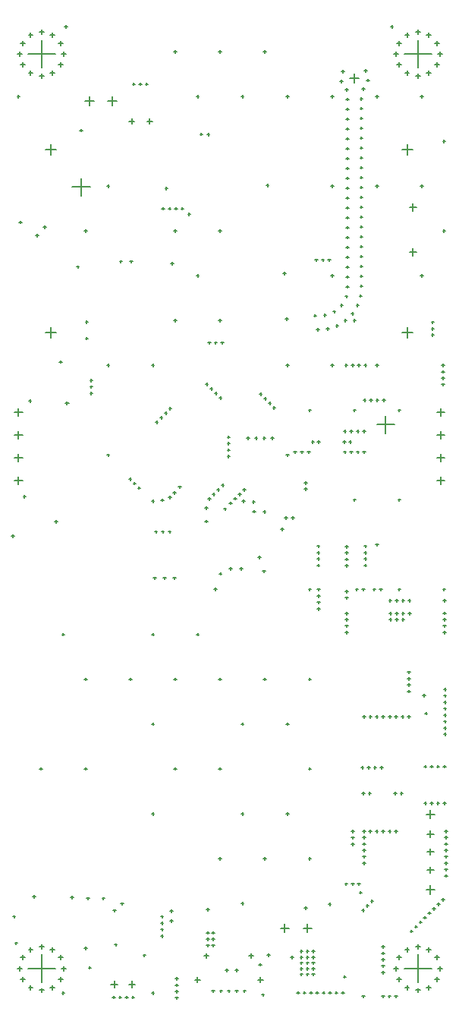
<source format=gbr>
G04*
G04 #@! TF.GenerationSoftware,Altium Limited,Altium Designer,23.0.1 (38)*
G04*
G04 Layer_Color=128*
%FSLAX25Y25*%
%MOIN*%
G70*
G04*
G04 #@! TF.SameCoordinates,D75D10E2-2566-4FA1-905F-50A539E45678*
G04*
G04*
G04 #@! TF.FilePolarity,Positive*
G04*
G01*
G75*
%ADD11C,0.00500*%
D11*
X518110Y406299D02*
X522047D01*
X520079Y404331D02*
Y408268D01*
X518110Y439370D02*
X522047D01*
X520079Y437402D02*
Y441339D01*
X518701Y430709D02*
X521457D01*
X520079Y429331D02*
Y432087D01*
X518701Y422835D02*
X521457D01*
X520079Y421457D02*
Y424213D01*
X518701Y414961D02*
X521457D01*
X520079Y413583D02*
Y416339D01*
X510827Y686221D02*
X513976D01*
X512402Y684646D02*
Y687795D01*
X510827Y705905D02*
X513976D01*
X512402Y704331D02*
Y707480D01*
X444095Y366576D02*
X446457D01*
X445276Y365394D02*
Y367757D01*
X420669Y377205D02*
X422638D01*
X421654Y376221D02*
Y378190D01*
X440354Y377205D02*
X442323D01*
X441339Y376221D02*
Y378190D01*
X416535Y366576D02*
X418898D01*
X417717Y365394D02*
Y367757D01*
X379724Y364705D02*
X382480D01*
X381102Y363328D02*
Y366084D01*
X387598Y364705D02*
X390354D01*
X388976Y363328D02*
Y366084D01*
X362598Y714764D02*
X370473D01*
X366535Y710827D02*
Y718701D01*
X496457Y610433D02*
X504331D01*
X500394Y606496D02*
Y614370D01*
X350787Y731299D02*
X355511D01*
X353149Y728937D02*
Y733661D01*
X507481Y731299D02*
X512205D01*
X509843Y728937D02*
Y733661D01*
X350787Y650984D02*
X355511D01*
X353149Y648622D02*
Y653346D01*
X507481Y650984D02*
X512205D01*
X509843Y648622D02*
Y653346D01*
X387697Y743701D02*
X390059D01*
X388878Y742520D02*
Y744882D01*
X395571Y743701D02*
X397933D01*
X396752Y742520D02*
Y744882D01*
X522835Y615925D02*
X526378D01*
X524606Y614154D02*
Y617697D01*
X522835Y605925D02*
X526378D01*
X524606Y604154D02*
Y607697D01*
X522835Y595925D02*
X526378D01*
X524606Y594154D02*
Y597697D01*
X522835Y585925D02*
X526378D01*
X524606Y584154D02*
Y587697D01*
X378197Y752658D02*
X382197D01*
X380197Y750658D02*
Y754658D01*
X368197Y752658D02*
X372197D01*
X370197Y750658D02*
Y754658D01*
X454252Y389370D02*
X457795D01*
X456024Y387598D02*
Y391142D01*
X464252Y389370D02*
X467795D01*
X466024Y387598D02*
Y391142D01*
X337303Y585925D02*
X340846D01*
X339075Y584154D02*
Y587697D01*
X337303Y595925D02*
X340846D01*
X339075Y594154D02*
Y597697D01*
X337303Y605925D02*
X340846D01*
X339075Y604154D02*
Y607697D01*
X337303Y615925D02*
X340846D01*
X339075Y614154D02*
Y617697D01*
X484726Y762447D02*
X488663D01*
X486695Y760478D02*
Y764415D01*
X343110Y371654D02*
X355315D01*
X349213Y365551D02*
Y377756D01*
X508465Y371654D02*
X520669D01*
X514567Y365551D02*
Y377756D01*
X343110Y773228D02*
X355315D01*
X349213Y767126D02*
Y779331D01*
X508465Y773228D02*
X520669D01*
X514567Y767126D02*
Y779331D01*
X515637Y754583D02*
X516818D01*
X516227Y753992D02*
Y755173D01*
X525479Y734898D02*
X526660D01*
X526070Y734307D02*
Y735488D01*
X515637Y715213D02*
X516818D01*
X516227Y714622D02*
Y715803D01*
X525479Y695528D02*
X526660D01*
X526070Y694937D02*
Y696118D01*
X515637Y675843D02*
X516818D01*
X516227Y675252D02*
Y676433D01*
X525479Y538047D02*
X526660D01*
X526070Y537457D02*
Y538638D01*
X495952Y754583D02*
X497133D01*
X496542Y753992D02*
Y755173D01*
X495952Y715213D02*
X497133D01*
X496542Y714622D02*
Y715803D01*
X495952Y636473D02*
X497133D01*
X496542Y635882D02*
Y637063D01*
X505794Y616787D02*
X506975D01*
X506385Y616197D02*
Y617378D01*
X505794Y577417D02*
X506975D01*
X506385Y576827D02*
Y578008D01*
X495952Y557732D02*
X497133D01*
X496542Y557142D02*
Y558323D01*
X505794Y538047D02*
X506975D01*
X506385Y537457D02*
Y538638D01*
X476266Y754583D02*
X477448D01*
X476857Y753992D02*
Y755173D01*
X476266Y715213D02*
X477448D01*
X476857Y714622D02*
Y715803D01*
X476266Y675843D02*
X477448D01*
X476857Y675252D02*
Y676433D01*
X486109Y656157D02*
X487290D01*
X486700Y655567D02*
Y656748D01*
X476266Y636473D02*
X477448D01*
X476857Y635882D02*
Y637063D01*
X486109Y616787D02*
X487290D01*
X486700Y616197D02*
Y617378D01*
X486109Y577417D02*
X487290D01*
X486700Y576827D02*
Y578008D01*
X456581Y754583D02*
X457763D01*
X457172Y753992D02*
Y755173D01*
X456581Y636473D02*
X457763D01*
X457172Y635882D02*
Y637063D01*
X466424Y616787D02*
X467605D01*
X467015Y616197D02*
Y617378D01*
X456581Y597102D02*
X457763D01*
X457172Y596512D02*
Y597693D01*
X466424Y538047D02*
X467605D01*
X467015Y537457D02*
Y538638D01*
X466424Y498677D02*
X467605D01*
X467015Y498087D02*
Y499268D01*
X456581Y478992D02*
X457763D01*
X457172Y478402D02*
Y479583D01*
X466424Y459307D02*
X467605D01*
X467015Y458717D02*
Y459898D01*
X456581Y439622D02*
X457763D01*
X457172Y439032D02*
Y440213D01*
X466424Y419937D02*
X467605D01*
X467015Y419347D02*
Y420528D01*
X446739Y774268D02*
X447920D01*
X447330Y773677D02*
Y774858D01*
X436896Y754583D02*
X438077D01*
X437487Y753992D02*
Y755173D01*
X446739Y498677D02*
X447920D01*
X447330Y498087D02*
Y499268D01*
X436896Y478992D02*
X438077D01*
X437487Y478402D02*
Y479583D01*
X436896Y439622D02*
X438077D01*
X437487Y439032D02*
Y440213D01*
X446739Y419937D02*
X447920D01*
X447330Y419347D02*
Y420528D01*
X436896Y400252D02*
X438077D01*
X437487Y399661D02*
Y400843D01*
X427054Y774268D02*
X428235D01*
X427644Y773677D02*
Y774858D01*
X417211Y754583D02*
X418393D01*
X417802Y753992D02*
Y755173D01*
X427054Y695528D02*
X428235D01*
X427644Y694937D02*
Y696118D01*
X417211Y675843D02*
X418393D01*
X417802Y675252D02*
Y676433D01*
X427054Y656157D02*
X428235D01*
X427644Y655567D02*
Y656748D01*
X417211Y518362D02*
X418393D01*
X417802Y517772D02*
Y518953D01*
X427054Y498677D02*
X428235D01*
X427644Y498087D02*
Y499268D01*
X427054Y459307D02*
X428235D01*
X427644Y458717D02*
Y459898D01*
X427054Y419937D02*
X428235D01*
X427644Y419347D02*
Y420528D01*
X407369Y774268D02*
X408550D01*
X407959Y773677D02*
Y774858D01*
X407369Y695528D02*
X408550D01*
X407959Y694937D02*
Y696118D01*
X407369Y656157D02*
X408550D01*
X407959Y655567D02*
Y656748D01*
X397526Y636473D02*
X398707D01*
X398117Y635882D02*
Y637063D01*
X397526Y518362D02*
X398707D01*
X398117Y517772D02*
Y518953D01*
X407369Y498677D02*
X408550D01*
X407959Y498087D02*
Y499268D01*
X397526Y478992D02*
X398707D01*
X398117Y478402D02*
Y479583D01*
X407369Y459307D02*
X408550D01*
X407959Y458717D02*
Y459898D01*
X397526Y439622D02*
X398707D01*
X398117Y439032D02*
Y440213D01*
X397526Y360882D02*
X398707D01*
X398117Y360291D02*
Y361473D01*
X377841Y715213D02*
X379022D01*
X378432Y714622D02*
Y715803D01*
X377841Y636473D02*
X379022D01*
X378432Y635882D02*
Y637063D01*
X377841Y597102D02*
X379022D01*
X378432Y596512D02*
Y597693D01*
X387684Y498677D02*
X388865D01*
X388274Y498087D02*
Y499268D01*
X367999Y695528D02*
X369180D01*
X368589Y694937D02*
Y696118D01*
X358156Y518362D02*
X359337D01*
X358747Y517772D02*
Y518953D01*
X367999Y498677D02*
X369180D01*
X368589Y498087D02*
Y499268D01*
X367999Y459307D02*
X369180D01*
X368589Y458717D02*
Y459898D01*
X367999Y380567D02*
X369180D01*
X368589Y379976D02*
Y381157D01*
X358156Y360882D02*
X359337D01*
X358747Y360291D02*
Y361473D01*
X338471Y754583D02*
X339652D01*
X339062Y753992D02*
Y755173D01*
X348314Y459307D02*
X349495D01*
X348904Y458717D02*
Y459898D01*
X425000Y538189D02*
X426181D01*
X425591Y537598D02*
Y538779D01*
X428201Y583811D02*
X429382D01*
X428792Y583221D02*
Y584402D01*
X422244Y577854D02*
X423425D01*
X422835Y577264D02*
Y578445D01*
X426215Y581826D02*
X427396D01*
X426806Y581235D02*
Y582416D01*
X424230Y579840D02*
X425411D01*
X424820Y579249D02*
Y580431D01*
X437650Y581941D02*
X438831D01*
X438240Y581351D02*
Y582532D01*
X431693Y575984D02*
X432874D01*
X432283Y575394D02*
Y576575D01*
X435664Y579956D02*
X436845D01*
X436255Y579365D02*
Y580546D01*
X433679Y577970D02*
X434860D01*
X434269Y577379D02*
Y578560D01*
X398905Y563441D02*
X400087D01*
X399496Y562850D02*
Y564032D01*
X404906Y563441D02*
X406087D01*
X405496Y562850D02*
Y564032D01*
X401905Y563441D02*
X403087D01*
X402496Y562850D02*
Y564032D01*
X427196Y545026D02*
X428377D01*
X427786Y544435D02*
Y545616D01*
X335976Y561584D02*
X337157D01*
X336566Y560993D02*
Y562174D01*
X455916Y569619D02*
X457097D01*
X456507Y569029D02*
Y570210D01*
X458916Y569619D02*
X460097D01*
X459507Y569029D02*
Y570210D01*
X459938Y598436D02*
X461119D01*
X460529Y597846D02*
Y599027D01*
X462938Y598436D02*
X464119D01*
X463529Y597846D02*
Y599027D01*
X465938Y598436D02*
X467119D01*
X466529Y597846D02*
Y599027D01*
X357087Y637992D02*
X358268D01*
X357677Y637402D02*
Y638583D01*
X359547Y619882D02*
X361122D01*
X360335Y619095D02*
Y620669D01*
X397526Y576870D02*
X398707D01*
X398117Y576279D02*
Y577461D01*
X421063Y573917D02*
X422244D01*
X421654Y573327D02*
Y574508D01*
X421063Y568012D02*
X422244D01*
X421654Y567421D02*
Y568602D01*
X401596Y577362D02*
X402777D01*
X402187Y576772D02*
Y577953D01*
X409401Y583065D02*
X410582D01*
X409991Y582475D02*
Y583656D01*
X375803Y402413D02*
X376984D01*
X376394Y401822D02*
Y403004D01*
X380610Y397077D02*
X381791D01*
X381201Y396486D02*
Y397667D01*
X406988Y543110D02*
X408169D01*
X407579Y542520D02*
Y543701D01*
X487127Y538047D02*
X488308D01*
X487718Y537457D02*
Y538638D01*
X489935Y538047D02*
X491116D01*
X490526Y537457D02*
Y538638D01*
X492307Y459947D02*
X493488D01*
X492898Y459356D02*
Y460538D01*
X497924Y459947D02*
X499105D01*
X498514Y459356D02*
Y460538D01*
X489499Y459947D02*
X490680D01*
X490090Y459356D02*
Y460538D01*
X495116Y459947D02*
X496297D01*
X495706Y459356D02*
Y460538D01*
X445892Y360083D02*
X447073D01*
X446482Y359492D02*
Y360673D01*
X444734Y373368D02*
X445915D01*
X445325Y372777D02*
Y373958D01*
X498687Y359416D02*
X499868D01*
X499278Y358826D02*
Y360007D01*
X501495Y359416D02*
X502676D01*
X502086Y358826D02*
Y360007D01*
X504303Y359416D02*
X505484D01*
X504894Y358826D02*
Y360007D01*
X481791Y367982D02*
X482972D01*
X482382Y367392D02*
Y368573D01*
X458741Y376613D02*
X459922D01*
X459331Y376022D02*
Y377203D01*
X480967Y361034D02*
X482148D01*
X481557Y360443D02*
Y361625D01*
X478159Y361034D02*
X479340D01*
X478749Y360443D02*
Y361625D01*
X475350Y361034D02*
X476532D01*
X475941Y360443D02*
Y361625D01*
X472542Y361034D02*
X473723D01*
X473133Y360443D02*
Y361625D01*
X461310Y361034D02*
X462491D01*
X461900Y360443D02*
Y361625D01*
X469734Y361034D02*
X470915D01*
X470325Y360443D02*
Y361625D01*
X466926Y361034D02*
X468107D01*
X467517Y360443D02*
Y361625D01*
X464118Y361034D02*
X465299D01*
X464708Y360443D02*
Y361625D01*
X502559Y785270D02*
X503740D01*
X503150Y784679D02*
Y785860D01*
X359252Y785132D02*
X360433D01*
X359842Y784541D02*
Y785722D01*
X337487Y382727D02*
X338668D01*
X338077Y382136D02*
Y383317D01*
X361910Y402947D02*
X363091D01*
X362500Y402356D02*
Y403537D01*
X345332Y403297D02*
X346513D01*
X345923Y402707D02*
Y403888D01*
X369783Y371972D02*
X370965D01*
X370374Y371382D02*
Y372563D01*
X393810Y377400D02*
X394991D01*
X394401Y376809D02*
Y377991D01*
X381194Y382067D02*
X382375D01*
X381784Y381476D02*
Y382657D01*
X421656Y397521D02*
X422837D01*
X422247Y396931D02*
Y398112D01*
X384055Y400111D02*
X385236D01*
X384646Y399521D02*
Y400702D01*
X408053Y358760D02*
X409234D01*
X408644Y358169D02*
Y359350D01*
X408053Y367184D02*
X409234D01*
X408644Y366594D02*
Y367775D01*
X408053Y361568D02*
X409234D01*
X408644Y360977D02*
Y362158D01*
X408053Y364376D02*
X409234D01*
X408644Y363785D02*
Y364967D01*
X401521Y385965D02*
X402702D01*
X402111Y385375D02*
Y386556D01*
X401521Y394390D02*
X402702D01*
X402111Y393799D02*
Y394980D01*
X401521Y388773D02*
X402702D01*
X402111Y388183D02*
Y389364D01*
X401521Y391582D02*
X402702D01*
X402111Y390991D02*
Y392172D01*
X436417Y547146D02*
X437598D01*
X437008Y546555D02*
Y547736D01*
X336516Y394390D02*
X337697D01*
X337106Y393799D02*
Y394980D01*
X341142Y578844D02*
X342323D01*
X341732Y578253D02*
Y579434D01*
X343504Y620866D02*
X344685D01*
X344094Y620276D02*
Y621457D01*
X520483Y652598D02*
X521664D01*
X521074Y652008D02*
Y653189D01*
X520483Y655407D02*
X521664D01*
X521074Y654816D02*
Y655997D01*
X520483Y649790D02*
X521664D01*
X521074Y649200D02*
Y650381D01*
X365945Y739698D02*
X367126D01*
X366535Y739107D02*
Y740288D01*
X370493Y629880D02*
X371674D01*
X371083Y629289D02*
Y630470D01*
X370493Y627072D02*
X371674D01*
X371083Y626481D02*
Y627662D01*
X370493Y624263D02*
X371674D01*
X371083Y623673D02*
Y624854D01*
X394757Y760028D02*
X395938D01*
X395347Y759437D02*
Y760618D01*
X391949Y760028D02*
X393130D01*
X392539Y759437D02*
Y760618D01*
X389141Y760028D02*
X390322D01*
X389731Y759437D02*
Y760618D01*
X524938Y630856D02*
X526119D01*
X525529Y630266D02*
Y631447D01*
X524938Y633664D02*
X526119D01*
X525529Y633074D02*
Y634255D01*
X524938Y628048D02*
X526119D01*
X525529Y627458D02*
Y628639D01*
X524938Y636473D02*
X526119D01*
X525529Y635882D02*
Y637063D01*
X423224Y626249D02*
X424405D01*
X423815Y625659D02*
Y626840D01*
X425210Y624263D02*
X426391D01*
X425801Y623673D02*
Y624854D01*
X421239Y628235D02*
X422420D01*
X421829Y627644D02*
Y628825D01*
X427196Y622278D02*
X428377D01*
X427786Y621687D02*
Y622868D01*
X446855Y621876D02*
X448036D01*
X447445Y621285D02*
Y622467D01*
X448841Y619890D02*
X450022D01*
X449431Y619300D02*
Y620481D01*
X444869Y623862D02*
X446050D01*
X445460Y623271D02*
Y624452D01*
X450826Y617905D02*
X452007D01*
X451417Y617314D02*
Y618495D01*
X430809Y602166D02*
X431990D01*
X431399Y601575D02*
Y602756D01*
X430809Y599358D02*
X431990D01*
X431399Y598767D02*
Y599948D01*
X430809Y604974D02*
X431990D01*
X431399Y604383D02*
Y605564D01*
X430809Y596549D02*
X431990D01*
X431399Y595959D02*
Y597140D01*
X385973Y359035D02*
X387155D01*
X386564Y358444D02*
Y359625D01*
X383165Y359035D02*
X384346D01*
X383756Y358444D02*
Y359625D01*
X388782Y359035D02*
X389963D01*
X389372Y358444D02*
Y359625D01*
X380357Y359035D02*
X381538D01*
X380948Y358444D02*
Y359625D01*
X464666Y582141D02*
X465847D01*
X465257Y581550D02*
Y582731D01*
X464666Y584949D02*
X465847D01*
X465257Y584358D02*
Y585539D01*
X504620Y533209D02*
X505801D01*
X505210Y532618D02*
Y533799D01*
X507428Y533209D02*
X508609D01*
X508019Y532618D02*
Y533799D01*
X501812Y533209D02*
X502993D01*
X502402Y532618D02*
Y533799D01*
X510236Y533209D02*
X511417D01*
X510827Y532618D02*
Y533799D01*
X482677Y554131D02*
X483858D01*
X483268Y553541D02*
Y554722D01*
X482677Y551323D02*
X483858D01*
X483268Y550732D02*
Y551913D01*
X482677Y556939D02*
X483858D01*
X483268Y556349D02*
Y557530D01*
X482677Y548515D02*
X483858D01*
X483268Y547924D02*
Y549105D01*
X470234Y554271D02*
X471415D01*
X470825Y553681D02*
Y554862D01*
X470234Y551463D02*
X471415D01*
X470825Y550873D02*
Y552054D01*
X470234Y557080D02*
X471415D01*
X470825Y556489D02*
Y557670D01*
X470234Y548655D02*
X471415D01*
X470825Y548065D02*
Y549246D01*
X470340Y532431D02*
X471521D01*
X470930Y531840D02*
Y533021D01*
X470340Y535239D02*
X471521D01*
X470930Y534649D02*
Y535830D01*
X470340Y529623D02*
X471521D01*
X470930Y529032D02*
Y530213D01*
X470340Y538047D02*
X471521D01*
X470930Y537457D02*
Y538638D01*
X437364Y576844D02*
X438546D01*
X437955Y576254D02*
Y577435D01*
X406920Y580535D02*
X408102D01*
X407511Y579944D02*
Y581125D01*
X404935Y578549D02*
X406116D01*
X405525Y577958D02*
Y579139D01*
X389499Y584640D02*
X390680D01*
X390089Y584049D02*
Y585230D01*
X391484Y582654D02*
X392666D01*
X392075Y582063D02*
Y583245D01*
X387513Y586625D02*
X388694D01*
X388104Y586035D02*
Y587216D01*
X401185Y613590D02*
X402366D01*
X401776Y613000D02*
Y614181D01*
X403171Y615576D02*
X404352D01*
X403761Y614986D02*
Y616167D01*
X399199Y611605D02*
X400381D01*
X399790Y611014D02*
Y612195D01*
X405156Y617562D02*
X406337D01*
X405747Y616971D02*
Y618152D01*
X404833Y705360D02*
X406014D01*
X405423Y704769D02*
Y705950D01*
X407641Y705360D02*
X408822D01*
X408232Y704769D02*
Y705950D01*
X402025Y705360D02*
X403206D01*
X402615Y704769D02*
Y705950D01*
X410449Y705360D02*
X411630D01*
X411040Y704769D02*
Y705950D01*
X469400Y682779D02*
X470581D01*
X469991Y682188D02*
Y683369D01*
X472208Y682779D02*
X473389D01*
X472799Y682188D02*
Y683369D01*
X455413Y676962D02*
X456595D01*
X456004Y676371D02*
Y677553D01*
X475017Y682779D02*
X476198D01*
X475607Y682188D02*
Y683369D01*
X422321Y646391D02*
X423502D01*
X422912Y645800D02*
Y646981D01*
X425129Y646391D02*
X426310D01*
X425720Y645800D02*
Y646981D01*
X427938Y646391D02*
X429119D01*
X428528Y645800D02*
Y646981D01*
X493336Y621213D02*
X494517D01*
X493927Y620623D02*
Y621804D01*
X496144Y621213D02*
X497325D01*
X496735Y620623D02*
Y621804D01*
X490528Y621213D02*
X491709D01*
X491118Y620623D02*
Y621804D01*
X498952Y621213D02*
X500134D01*
X499543Y620623D02*
Y621804D01*
X485253Y636473D02*
X486434D01*
X485844Y635882D02*
Y637063D01*
X488061Y636473D02*
X489243D01*
X488652Y635882D02*
Y637063D01*
X482445Y636473D02*
X483626D01*
X483036Y635882D02*
Y637063D01*
X490870Y636473D02*
X492051D01*
X491460Y635882D02*
Y637063D01*
X484705Y607562D02*
X485886D01*
X485295Y606971D02*
Y608152D01*
X487513Y607562D02*
X488694D01*
X488103Y606971D02*
Y608152D01*
X481897Y607562D02*
X483078D01*
X482487Y606971D02*
Y608152D01*
X490321Y607562D02*
X491502D01*
X490912Y606971D02*
Y608152D01*
X484705Y598436D02*
X485886D01*
X485295Y597846D02*
Y599027D01*
X487513Y598436D02*
X488694D01*
X488103Y597846D02*
Y599027D01*
X481897Y598436D02*
X483078D01*
X482487Y597846D02*
Y599027D01*
X490321Y598436D02*
X491502D01*
X490912Y597846D02*
Y599027D01*
X490870Y554271D02*
X492051D01*
X491460Y553681D02*
Y554862D01*
X490870Y551463D02*
X492051D01*
X491460Y550873D02*
Y552054D01*
X490870Y557080D02*
X492051D01*
X491460Y556489D02*
Y557670D01*
X490870Y548655D02*
X492051D01*
X491460Y548065D02*
Y549246D01*
X497595Y538047D02*
X498776D01*
X498186Y537457D02*
Y538638D01*
X482677Y537252D02*
X483858D01*
X483268Y536662D02*
Y537843D01*
X494787Y538047D02*
X495968D01*
X495378Y537457D02*
Y538638D01*
X482677Y534444D02*
X483858D01*
X483268Y533854D02*
Y535035D01*
X464692Y398297D02*
X465873D01*
X465282Y397707D02*
Y398888D01*
X355049Y567870D02*
X356230D01*
X355640Y567280D02*
Y568461D01*
X525628Y533209D02*
X526809D01*
X526218Y532618D02*
Y533799D01*
X339407Y699326D02*
X340588D01*
X339997Y698736D02*
Y699917D01*
X364567Y679731D02*
X365748D01*
X365158Y679140D02*
Y680321D01*
X467817Y602945D02*
X468998D01*
X468407Y602355D02*
Y603536D01*
X470274Y602945D02*
X471455D01*
X470864Y602355D02*
Y603536D01*
X484172Y602945D02*
X485353D01*
X484762Y602355D02*
Y603536D01*
X481715Y602945D02*
X482896D01*
X482306Y602355D02*
Y603536D01*
X525628Y519245D02*
X526809D01*
X526218Y518655D02*
Y519836D01*
X525628Y527670D02*
X526809D01*
X526218Y527079D02*
Y528260D01*
X525628Y522053D02*
X526809D01*
X526218Y521463D02*
Y522644D01*
X525628Y524861D02*
X526809D01*
X526218Y524271D02*
Y525452D01*
X510295Y527461D02*
X511476D01*
X510885Y526870D02*
Y528051D01*
X504678Y527461D02*
X505859D01*
X505269Y526870D02*
Y528051D01*
X507486Y527461D02*
X508668D01*
X508077Y526870D02*
Y528051D01*
X501870Y527461D02*
X503051D01*
X502461Y526870D02*
Y528051D01*
X501870Y524821D02*
X503051D01*
X502461Y524230D02*
Y525411D01*
X507486Y524821D02*
X508668D01*
X508077Y524230D02*
Y525411D01*
X504678Y524821D02*
X505859D01*
X505269Y524230D02*
Y525411D01*
X482677Y527559D02*
X483858D01*
X483268Y526968D02*
Y528150D01*
X482677Y524861D02*
X483858D01*
X483268Y524271D02*
Y525452D01*
X482677Y519245D02*
X483858D01*
X483268Y518655D02*
Y519836D01*
X482677Y522053D02*
X483858D01*
X483268Y521463D02*
Y522644D01*
X506762Y448484D02*
X507943D01*
X507352Y447894D02*
Y449075D01*
X489995Y448484D02*
X491176D01*
X490586Y447894D02*
Y449075D01*
X503954Y448484D02*
X505135D01*
X504544Y447894D02*
Y449075D01*
X492803Y448484D02*
X493985D01*
X493394Y447894D02*
Y449075D01*
X498711Y482248D02*
X499892D01*
X499301Y481657D02*
Y482838D01*
X490286Y482248D02*
X491468D01*
X490877Y481657D02*
Y482838D01*
X495903Y482248D02*
X497084D01*
X496493Y481657D02*
Y482838D01*
X493094Y482248D02*
X494276D01*
X493685Y481657D02*
Y482838D01*
X510031Y482248D02*
X511212D01*
X510621Y481657D02*
Y482838D01*
X501606Y482248D02*
X502787D01*
X502197Y481657D02*
Y482838D01*
X507223Y482248D02*
X508404D01*
X507813Y481657D02*
Y482838D01*
X504414Y482248D02*
X505595D01*
X505005Y481657D02*
Y482838D01*
X509983Y496143D02*
X511164D01*
X510573Y495553D02*
Y496734D01*
X509983Y498952D02*
X511164D01*
X510573Y498361D02*
Y499542D01*
X509983Y493335D02*
X511164D01*
X510573Y492745D02*
Y493926D01*
X509983Y501760D02*
X511164D01*
X510573Y501169D02*
Y502350D01*
X516746Y491589D02*
X517927D01*
X517337Y490999D02*
Y492180D01*
X517520Y483697D02*
X518701D01*
X518110Y483107D02*
Y484288D01*
X525857Y488593D02*
X527039D01*
X526448Y488002D02*
Y489184D01*
X525857Y491401D02*
X527039D01*
X526448Y490811D02*
Y491992D01*
X525857Y485785D02*
X527039D01*
X526448Y485194D02*
Y486375D01*
X525857Y494209D02*
X527039D01*
X526448Y493619D02*
Y494800D01*
X525857Y477268D02*
X527039D01*
X526448Y476677D02*
Y477858D01*
X525857Y480076D02*
X527039D01*
X526448Y479485D02*
Y480666D01*
X525857Y474460D02*
X527039D01*
X526448Y473869D02*
Y475050D01*
X525857Y482884D02*
X527039D01*
X526448Y482294D02*
Y483475D01*
X520011Y460329D02*
X521192D01*
X520602Y459739D02*
Y460920D01*
X522819Y460329D02*
X524001D01*
X523410Y459739D02*
Y460920D01*
X517203Y460329D02*
X518384D01*
X517794Y459739D02*
Y460920D01*
X525628Y460329D02*
X526809D01*
X526218Y459739D02*
Y460920D01*
X525628Y444193D02*
X526809D01*
X526218Y443602D02*
Y444783D01*
X517203Y444193D02*
X518384D01*
X517794Y443602D02*
Y444783D01*
X522819Y444193D02*
X524001D01*
X523410Y443602D02*
Y444783D01*
X520011Y444193D02*
X521192D01*
X520602Y443602D02*
Y444783D01*
X437795Y361783D02*
X438976D01*
X438386Y361192D02*
Y362373D01*
X434350Y361783D02*
X435532D01*
X434941Y361192D02*
Y362373D01*
X482435Y408766D02*
X483616D01*
X483026Y408175D02*
Y409356D01*
X485243Y408766D02*
X486424D01*
X485834Y408175D02*
Y409356D01*
X487992Y408766D02*
X489173D01*
X488583Y408175D02*
Y409356D01*
X489836Y397263D02*
X491017D01*
X490426Y396672D02*
Y397853D01*
X491821Y399248D02*
X493002D01*
X492412Y398658D02*
Y399839D01*
X493765Y401192D02*
X494946D01*
X494355Y400601D02*
Y401782D01*
X490269Y431901D02*
X491450D01*
X490860Y431310D02*
Y432491D01*
X490269Y429152D02*
X491450D01*
X490860Y428562D02*
Y429743D01*
X490269Y426344D02*
X491450D01*
X490860Y425753D02*
Y426934D01*
X485245Y431854D02*
X486426D01*
X485836Y431264D02*
Y432445D01*
X485245Y429105D02*
X486426D01*
X485836Y428515D02*
Y429696D01*
X485245Y426297D02*
X486426D01*
X485836Y425707D02*
Y426888D01*
X424016Y361783D02*
X425197D01*
X424606Y361192D02*
Y362373D01*
X427461Y361783D02*
X428642D01*
X428051Y361192D02*
Y362373D01*
X430905Y361783D02*
X432087D01*
X431496Y361192D02*
Y362373D01*
X523043Y399942D02*
X524224D01*
X523633Y399351D02*
Y400532D01*
X521057Y397956D02*
X522238D01*
X521648Y397365D02*
Y398547D01*
X519072Y395970D02*
X520253D01*
X519662Y395380D02*
Y396561D01*
X525029Y401927D02*
X526210D01*
X525619Y401337D02*
Y402518D01*
X517086Y393985D02*
X518267D01*
X517676Y393394D02*
Y394575D01*
X515100Y391999D02*
X516281D01*
X515691Y391408D02*
Y392589D01*
X513115Y390013D02*
X514296D01*
X513705Y389423D02*
Y390604D01*
X511129Y388028D02*
X512310D01*
X511720Y387437D02*
Y388618D01*
X498687Y378341D02*
X499868D01*
X499278Y377751D02*
Y378932D01*
X498687Y375533D02*
X499868D01*
X499278Y374943D02*
Y376124D01*
X498687Y372725D02*
X499868D01*
X499278Y372134D02*
Y373316D01*
X498687Y381150D02*
X499868D01*
X499278Y380559D02*
Y381740D01*
X498687Y369917D02*
X499868D01*
X499278Y369326D02*
Y370508D01*
X501502Y431901D02*
X502683D01*
X502092Y431310D02*
Y432491D01*
X498694Y431901D02*
X499874D01*
X499284Y431310D02*
Y432491D01*
X495885Y431901D02*
X497066D01*
X496476Y431310D02*
Y432491D01*
X504310Y431901D02*
X505491D01*
X504900Y431310D02*
Y432491D01*
X493077Y431901D02*
X494258D01*
X493668Y431310D02*
Y432491D01*
X490269Y423536D02*
X491450D01*
X490860Y422945D02*
Y424126D01*
X490269Y420728D02*
X491450D01*
X490860Y420137D02*
Y421318D01*
X490269Y417919D02*
X491450D01*
X490860Y417329D02*
Y418510D01*
X526316Y429152D02*
X527498D01*
X526907Y428562D02*
Y429743D01*
X526316Y426344D02*
X527498D01*
X526907Y425753D02*
Y426934D01*
X526316Y423536D02*
X527498D01*
X526907Y422945D02*
Y424126D01*
X526316Y431960D02*
X527498D01*
X526907Y431370D02*
Y432551D01*
X526316Y420728D02*
X527498D01*
X526907Y420137D02*
Y421318D01*
X526316Y417919D02*
X527498D01*
X526907Y417329D02*
Y418510D01*
X526316Y415111D02*
X527498D01*
X526907Y414521D02*
Y415702D01*
X526316Y412303D02*
X527498D01*
X526907Y411713D02*
Y412894D01*
X488816Y405020D02*
X489997D01*
X489407Y404429D02*
Y405610D01*
X350051Y697146D02*
X351232D01*
X350641Y696555D02*
Y697736D01*
X421836Y737853D02*
X423017D01*
X422426Y737262D02*
Y738443D01*
X418782Y738031D02*
X419964D01*
X419373Y737440D02*
Y738621D01*
X447835Y715631D02*
X449016D01*
X448425Y715040D02*
Y716221D01*
X413485Y702923D02*
X414666D01*
X414076Y702332D02*
Y703513D01*
X406004Y681293D02*
X407185D01*
X406595Y680702D02*
Y681883D01*
X444242Y552217D02*
X445423D01*
X444833Y551627D02*
Y552808D01*
X346752Y693504D02*
X347933D01*
X347342Y692913D02*
Y694095D01*
X368483Y648320D02*
X369665D01*
X369074Y647730D02*
Y648911D01*
X368483Y655509D02*
X369665D01*
X369074Y654918D02*
Y656099D01*
X429232Y573425D02*
X430413D01*
X429823Y572835D02*
Y574016D01*
X441763Y576617D02*
X442944D01*
X442353Y576026D02*
Y577207D01*
X387996Y682083D02*
X389177D01*
X388587Y681492D02*
Y682673D01*
X383465Y682083D02*
X384646D01*
X384055Y681492D02*
Y682673D01*
X454373Y564623D02*
X455554D01*
X454963Y564033D02*
Y565214D01*
X441929Y572342D02*
X443110D01*
X442520Y571752D02*
Y572933D01*
X446555Y572205D02*
X447736D01*
X447146Y571615D02*
Y572796D01*
X402658Y543110D02*
X403839D01*
X403248Y542520D02*
Y543701D01*
X398327Y543110D02*
X399508D01*
X398917Y542520D02*
Y543701D01*
X368996Y402413D02*
X370177D01*
X369587Y401822D02*
Y403004D01*
X475197Y399854D02*
X476378D01*
X475787Y399263D02*
Y400445D01*
X448327Y377458D02*
X449508D01*
X448917Y376868D02*
Y378049D01*
X489961Y359449D02*
X491142D01*
X490551Y358858D02*
Y360039D01*
X421656Y381778D02*
X422837D01*
X422247Y381187D02*
Y382368D01*
X424016Y381778D02*
X425197D01*
X424606Y381187D02*
Y382368D01*
X421656Y384494D02*
X422837D01*
X422247Y383904D02*
Y385085D01*
X424016Y384494D02*
X425197D01*
X424606Y383904D02*
Y385085D01*
X424016Y387303D02*
X425197D01*
X424606Y386713D02*
Y387894D01*
X421656Y387303D02*
X422837D01*
X422247Y386713D02*
Y387894D01*
X462795Y371571D02*
X463976D01*
X463386Y370981D02*
Y372162D01*
X462795Y369050D02*
X463976D01*
X463386Y368460D02*
Y369641D01*
X468071Y369050D02*
X469252D01*
X468661Y368460D02*
Y369641D01*
X465433Y369050D02*
X466614D01*
X466024Y368460D02*
Y369641D01*
X468071Y371571D02*
X469252D01*
X468661Y370981D02*
Y372162D01*
X465433Y371571D02*
X466614D01*
X466024Y370981D02*
Y372162D01*
X465433Y376613D02*
X466614D01*
X466024Y376022D02*
Y377203D01*
X462795Y376613D02*
X463976D01*
X463386Y376022D02*
Y377203D01*
X465433Y379134D02*
X466614D01*
X466024Y378543D02*
Y379724D01*
X462795Y379134D02*
X463976D01*
X463386Y378543D02*
Y379724D01*
X468071Y379134D02*
X469252D01*
X468661Y378543D02*
Y379724D01*
X468071Y376613D02*
X469252D01*
X468661Y376022D02*
Y377203D01*
X468071Y374092D02*
X469252D01*
X468661Y373502D02*
Y374683D01*
X462795Y374092D02*
X463976D01*
X463386Y373502D02*
Y374683D01*
X465433Y374092D02*
X466614D01*
X466024Y373502D02*
Y374683D01*
X405709Y396909D02*
X406890D01*
X406299Y396319D02*
Y397500D01*
X405709Y392579D02*
X406890D01*
X406299Y391988D02*
Y393169D01*
X434350Y370965D02*
X435532D01*
X434941Y370374D02*
Y371555D01*
X430020Y370965D02*
X431201D01*
X430610Y370374D02*
Y371555D01*
X403445Y714156D02*
X404626D01*
X404035Y713566D02*
Y714747D01*
X446260Y546063D02*
X447441D01*
X446850Y545472D02*
Y546654D01*
X431595Y547146D02*
X432776D01*
X432185Y546555D02*
Y547736D01*
X439267Y604528D02*
X440448D01*
X439857Y603937D02*
Y605118D01*
X442873Y604528D02*
X444054D01*
X443464Y603937D02*
Y605118D01*
X446479Y604528D02*
X447660D01*
X447070Y603937D02*
Y605118D01*
X450085Y604528D02*
X451267D01*
X450676Y603937D02*
Y605118D01*
X481009Y765518D02*
X482190D01*
X481599Y764928D02*
Y766109D01*
X480258Y761253D02*
X481439D01*
X480849Y760662D02*
Y761843D01*
X482617Y757621D02*
X483798D01*
X483207Y757030D02*
Y758211D01*
X483056Y753312D02*
X484238D01*
X483647Y752722D02*
Y753903D01*
X483056Y748982D02*
X484238D01*
X483647Y748391D02*
Y749572D01*
X483056Y744651D02*
X484238D01*
X483647Y744061D02*
Y745242D01*
X483056Y740320D02*
X484238D01*
X483647Y739730D02*
Y740911D01*
X483056Y735990D02*
X484238D01*
X483647Y735399D02*
Y736580D01*
X483056Y731659D02*
X484238D01*
X483647Y731069D02*
Y732250D01*
X483056Y727328D02*
X484238D01*
X483647Y726738D02*
Y727919D01*
X483056Y722998D02*
X484238D01*
X483647Y722407D02*
Y723588D01*
X483056Y718667D02*
X484238D01*
X483647Y718076D02*
Y719257D01*
X483056Y714336D02*
X484238D01*
X483647Y713746D02*
Y714927D01*
X483056Y710006D02*
X484238D01*
X483647Y709415D02*
Y710596D01*
X483056Y705675D02*
X484238D01*
X483647Y705084D02*
Y706265D01*
X483056Y701344D02*
X484238D01*
X483647Y700754D02*
Y701935D01*
X483056Y697013D02*
X484238D01*
X483647Y696423D02*
Y697604D01*
X483056Y692683D02*
X484238D01*
X483647Y692092D02*
Y693273D01*
X483056Y688352D02*
X484238D01*
X483647Y687761D02*
Y688943D01*
X483056Y684021D02*
X484238D01*
X483647Y683431D02*
Y684612D01*
X483056Y679691D02*
X484238D01*
X483647Y679100D02*
Y680281D01*
X483056Y675360D02*
X484238D01*
X483647Y674769D02*
Y675950D01*
X483056Y671029D02*
X484238D01*
X483647Y670439D02*
Y671620D01*
X482511Y666733D02*
X483692D01*
X483101Y666143D02*
Y667324D01*
X480449Y662925D02*
X481630D01*
X481040Y662334D02*
Y663515D01*
X477189Y660074D02*
X478370D01*
X477779Y659483D02*
Y660665D01*
X473142Y658533D02*
X474323D01*
X473732Y657942D02*
Y659123D01*
X468815Y658356D02*
X469996D01*
X469405Y657766D02*
Y658947D01*
X456347Y656914D02*
X457528D01*
X456938Y656323D02*
Y657504D01*
X470014Y652261D02*
X471195D01*
X470604Y651670D02*
Y652851D01*
X474331Y652598D02*
X475512D01*
X474922Y652008D02*
Y653189D01*
X478458Y653913D02*
X479639D01*
X479048Y653322D02*
Y654503D01*
X482165Y656151D02*
X483347D01*
X482756Y655560D02*
Y656741D01*
X485230Y659210D02*
X486412D01*
X485821Y658620D02*
Y659801D01*
X487481Y662910D02*
X488662D01*
X488072Y662319D02*
Y663500D01*
X488803Y667034D02*
X489984D01*
X489394Y666443D02*
Y667625D01*
X489152Y671351D02*
X490333D01*
X489742Y670760D02*
Y671941D01*
X489152Y675681D02*
X490333D01*
X489742Y675091D02*
Y676272D01*
X489152Y680012D02*
X490333D01*
X489742Y679422D02*
Y680603D01*
X489152Y684343D02*
X490333D01*
X489742Y683752D02*
Y684933D01*
X489152Y688673D02*
X490333D01*
X489742Y688083D02*
Y689264D01*
X489152Y693004D02*
X490333D01*
X489742Y692414D02*
Y693595D01*
X489152Y697335D02*
X490333D01*
X489742Y696744D02*
Y697926D01*
X489152Y701666D02*
X490333D01*
X489742Y701075D02*
Y702256D01*
X489152Y705996D02*
X490333D01*
X489742Y705406D02*
Y706587D01*
X489152Y710327D02*
X490333D01*
X489742Y709736D02*
Y710918D01*
X489152Y714658D02*
X490333D01*
X489742Y714067D02*
Y715248D01*
X489152Y718988D02*
X490333D01*
X489742Y718398D02*
Y719579D01*
X489152Y723319D02*
X490333D01*
X489742Y722729D02*
Y723910D01*
X489152Y727650D02*
X490333D01*
X489742Y727059D02*
Y728240D01*
X489152Y731981D02*
X490333D01*
X489742Y731390D02*
Y732571D01*
X489152Y736311D02*
X490333D01*
X489742Y735721D02*
Y736902D01*
X489152Y740642D02*
X490333D01*
X489742Y740051D02*
Y741232D01*
X489152Y744973D02*
X490333D01*
X489742Y744382D02*
Y745563D01*
X489152Y749303D02*
X490333D01*
X489742Y748713D02*
Y749894D01*
X489152Y753634D02*
X490333D01*
X489742Y753044D02*
Y754225D01*
X489945Y757892D02*
X491126D01*
X490535Y757301D02*
Y758482D01*
X492009Y761699D02*
X493190D01*
X492599Y761108D02*
Y762289D01*
X490957Y765900D02*
X492138D01*
X491547Y765309D02*
Y766490D01*
X357828Y371654D02*
X359797D01*
X358812Y370669D02*
Y372638D01*
X356542Y376453D02*
X358510D01*
X357526Y375469D02*
Y377438D01*
X353028Y379967D02*
X354997D01*
X354012Y378983D02*
Y380951D01*
X348228Y381253D02*
X350197D01*
X349213Y380269D02*
Y382238D01*
X343428Y379967D02*
X345397D01*
X344413Y378983D02*
Y380951D01*
X339915Y376453D02*
X341883D01*
X340899Y375469D02*
Y377438D01*
X338629Y371654D02*
X340597D01*
X339613Y370669D02*
Y372638D01*
X339915Y366854D02*
X341883D01*
X340899Y365869D02*
Y367838D01*
X343428Y363340D02*
X345397D01*
X344413Y362356D02*
Y364324D01*
X348228Y362054D02*
X350197D01*
X349213Y361070D02*
Y363038D01*
X353028Y363340D02*
X354997D01*
X354012Y362356D02*
Y364324D01*
X356542Y366854D02*
X358510D01*
X357526Y365869D02*
Y367838D01*
X523182Y371654D02*
X525151D01*
X524167Y370669D02*
Y372638D01*
X521896Y376453D02*
X523865D01*
X522881Y375469D02*
Y377438D01*
X518383Y379967D02*
X520351D01*
X519367Y378983D02*
Y380951D01*
X513583Y381253D02*
X515551D01*
X514567Y380269D02*
Y382238D01*
X508783Y379967D02*
X510751D01*
X509767Y378983D02*
Y380951D01*
X505269Y376453D02*
X507238D01*
X506253Y375469D02*
Y377438D01*
X503983Y371654D02*
X505951D01*
X504967Y370669D02*
Y372638D01*
X505269Y366854D02*
X507238D01*
X506253Y365869D02*
Y367838D01*
X508783Y363340D02*
X510751D01*
X509767Y362356D02*
Y364324D01*
X513583Y362054D02*
X515551D01*
X514567Y361070D02*
Y363038D01*
X518383Y363340D02*
X520351D01*
X519367Y362356D02*
Y364324D01*
X521896Y366854D02*
X523865D01*
X522881Y365869D02*
Y367838D01*
X357828Y773228D02*
X359797D01*
X358812Y772244D02*
Y774213D01*
X356542Y778028D02*
X358510D01*
X357526Y777044D02*
Y779012D01*
X353028Y781542D02*
X354997D01*
X354012Y780558D02*
Y782526D01*
X348228Y782828D02*
X350197D01*
X349213Y781844D02*
Y783812D01*
X343428Y781542D02*
X345397D01*
X344413Y780558D02*
Y782526D01*
X339915Y778028D02*
X341883D01*
X340899Y777044D02*
Y779012D01*
X338629Y773228D02*
X340597D01*
X339613Y772244D02*
Y774213D01*
X339915Y768429D02*
X341883D01*
X340899Y767444D02*
Y769413D01*
X343428Y764915D02*
X345397D01*
X344413Y763931D02*
Y765899D01*
X348228Y763629D02*
X350197D01*
X349213Y762644D02*
Y764613D01*
X353028Y764915D02*
X354997D01*
X354012Y763931D02*
Y765899D01*
X356542Y768429D02*
X358510D01*
X357526Y767444D02*
Y769413D01*
X523182Y773228D02*
X525151D01*
X524167Y772244D02*
Y774213D01*
X521896Y778028D02*
X523865D01*
X522881Y777044D02*
Y779012D01*
X518383Y781542D02*
X520351D01*
X519367Y780558D02*
Y782526D01*
X513583Y782828D02*
X515551D01*
X514567Y781844D02*
Y783812D01*
X508783Y781542D02*
X510751D01*
X509767Y780558D02*
Y782526D01*
X505269Y778028D02*
X507238D01*
X506253Y777044D02*
Y779012D01*
X503983Y773228D02*
X505951D01*
X504967Y772244D02*
Y774213D01*
X505269Y768429D02*
X507238D01*
X506253Y767444D02*
Y769413D01*
X508783Y764915D02*
X510751D01*
X509767Y763931D02*
Y765899D01*
X513583Y763629D02*
X515551D01*
X514567Y762644D02*
Y764613D01*
X518383Y764915D02*
X520351D01*
X519367Y763931D02*
Y765899D01*
X521896Y768429D02*
X523865D01*
X522881Y767444D02*
Y769413D01*
M02*

</source>
